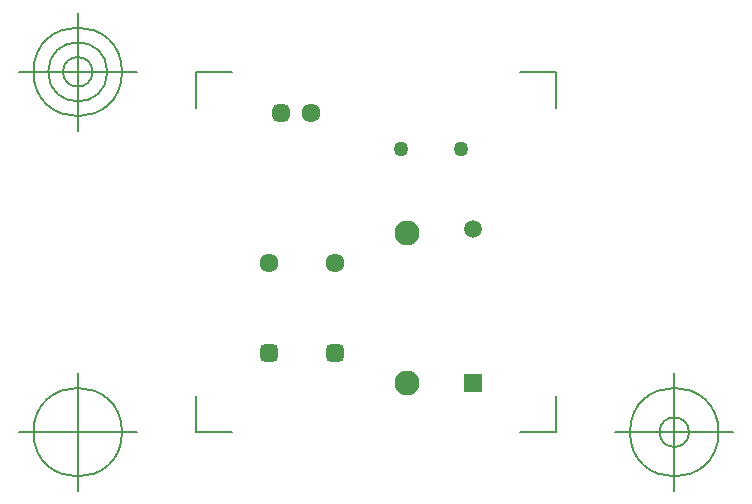
<source format=gbr>
G04 Generated by Ultiboard 14.3 *
%FSLAX34Y34*%
%MOMM*%

%ADD10C,0.0001*%
%ADD11C,0.0010*%
%ADD12C,0.1270*%
%ADD13C,0.84658*%
%ADD14C,0.99492*%
%ADD15C,1.2700*%
%ADD16C,2.1168*%
%ADD17C,1.6088*%
%ADD18C,1.5000*%
%ADD19R,1.5000X1.5000*%


G04 ColorRGB FF00CC for the following layer *
%LNSolder Mask Top*%
%LPD*%
G54D10*
G54D11*
G36*
X18796Y48429D02*
X18796Y55203D01*
X34036Y55203D01*
X34036Y48429D01*
X18796Y48429D01*
G37*
G36*
X23029Y44196D02*
X23029Y59436D01*
X29803Y59436D01*
X29803Y44196D01*
X23029Y44196D01*
G37*
G36*
X28956Y252371D02*
X28956Y257661D01*
X44196Y257661D01*
X44196Y252371D01*
X28956Y252371D01*
G37*
G36*
X33931Y247396D02*
X33931Y262636D01*
X39221Y262636D01*
X39221Y247396D01*
X33931Y247396D01*
G37*
G36*
X74676Y48429D02*
X74676Y55203D01*
X89916Y55203D01*
X89916Y48429D01*
X74676Y48429D01*
G37*
G36*
X78909Y44196D02*
X78909Y59436D01*
X85683Y59436D01*
X85683Y44196D01*
X78909Y44196D01*
G37*
G54D12*
X-35560Y-15520D02*
X-35560Y14988D01*
X-35560Y-15520D02*
X-5052Y-15520D01*
X269520Y-15520D02*
X239012Y-15520D01*
X269520Y-15520D02*
X269520Y14988D01*
X269520Y289560D02*
X269520Y259052D01*
X269520Y289560D02*
X239012Y289560D01*
X-35560Y289560D02*
X-5052Y289560D01*
X-35560Y289560D02*
X-35560Y259052D01*
X-85560Y-15520D02*
X-185560Y-15520D01*
X-135560Y-65520D02*
X-135560Y34480D01*
X-173060Y-15520D02*
G75*
D01*
G02X-173060Y-15520I37500J0*
G01*
X319520Y-15520D02*
X419520Y-15520D01*
X369520Y-65520D02*
X369520Y34480D01*
X332020Y-15520D02*
G75*
D01*
G02X332020Y-15520I37500J0*
G01*
X357020Y-15520D02*
G75*
D01*
G02X357020Y-15520I12500J0*
G01*
X-85560Y289560D02*
X-185560Y289560D01*
X-135560Y239560D02*
X-135560Y339560D01*
X-173060Y289560D02*
G75*
D01*
G02X-173060Y289560I37500J0*
G01*
X-160560Y289560D02*
G75*
D01*
G02X-160560Y289560I25000J0*
G01*
X-148060Y289560D02*
G75*
D01*
G02X-148060Y289560I12500J0*
G01*
G54D13*
X23029Y55203D03*
X29803Y55203D03*
X23029Y48429D03*
X29803Y48429D03*
X78909Y55203D03*
X85683Y55203D03*
X78909Y48429D03*
X85683Y48429D03*
G54D14*
X33931Y257661D03*
X39221Y257661D03*
X33931Y252371D03*
X39221Y252371D03*
G54D15*
X138176Y224536D03*
X188976Y224536D03*
G54D16*
X143256Y153416D03*
X143256Y26416D03*
G54D17*
X26416Y128016D03*
X61976Y255016D03*
X82296Y128016D03*
G54D18*
X199136Y156416D03*
G54D19*
X199136Y26416D03*

M02*

</source>
